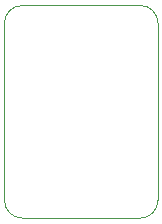
<source format=gbr>
%TF.GenerationSoftware,KiCad,Pcbnew,(6.0.0)*%
%TF.CreationDate,2022-01-20T17:31:54+07:00*%
%TF.ProjectId,CubeSat Link V555,43756265-5361-4742-904c-696e6b205635,rev?*%
%TF.SameCoordinates,Original*%
%TF.FileFunction,Profile,NP*%
%FSLAX46Y46*%
G04 Gerber Fmt 4.6, Leading zero omitted, Abs format (unit mm)*
G04 Created by KiCad (PCBNEW (6.0.0)) date 2022-01-20 17:31:54*
%MOMM*%
%LPD*%
G01*
G04 APERTURE LIST*
%TA.AperFunction,Profile*%
%ADD10C,0.100000*%
%TD*%
G04 APERTURE END LIST*
D10*
X149500000Y-93500000D02*
X149500000Y-108500000D01*
X138000000Y-92000000D02*
X148000000Y-92000000D01*
X136500000Y-108500000D02*
X136500000Y-93500000D01*
X148000000Y-110000000D02*
X138000000Y-110000000D01*
X149500000Y-93500000D02*
G75*
G03*
X148000000Y-92000000I-1500000J0D01*
G01*
X138000000Y-92000000D02*
G75*
G03*
X136500000Y-93500000I0J-1500000D01*
G01*
X136500000Y-108500000D02*
G75*
G03*
X138000000Y-110000000I1500000J0D01*
G01*
X148000000Y-110000000D02*
G75*
G03*
X149500000Y-108500000I0J1500000D01*
G01*
M02*

</source>
